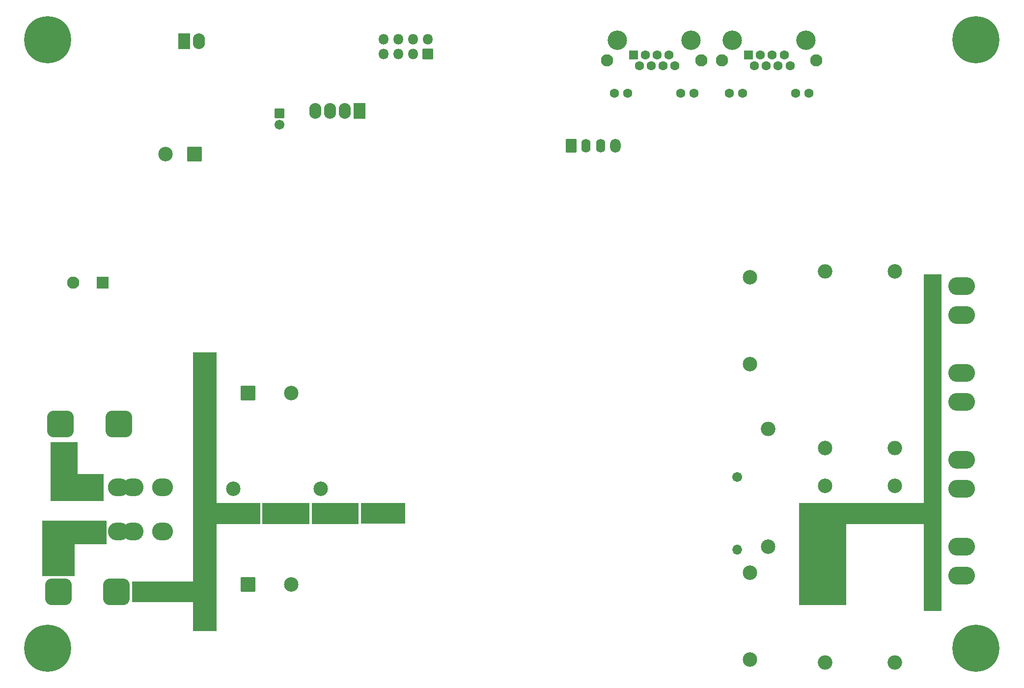
<source format=gbr>
G04 #@! TF.GenerationSoftware,KiCad,Pcbnew,(6.99.0-1920-g294b8e9051)*
G04 #@! TF.CreationDate,2022-07-23T00:22:57+02:00*
G04 #@! TF.ProjectId,driver,64726976-6572-42e6-9b69-6361645f7063,rev?*
G04 #@! TF.SameCoordinates,Original*
G04 #@! TF.FileFunction,Soldermask,Bot*
G04 #@! TF.FilePolarity,Negative*
%FSLAX46Y46*%
G04 Gerber Fmt 4.6, Leading zero omitted, Abs format (unit mm)*
G04 Created by KiCad (PCBNEW (6.99.0-1920-g294b8e9051)) date 2022-07-23 00:22:57*
%MOMM*%
%LPD*%
G01*
G04 APERTURE LIST*
G04 Aperture macros list*
%AMRoundRect*
0 Rectangle with rounded corners*
0 $1 Rounding radius*
0 $2 $3 $4 $5 $6 $7 $8 $9 X,Y pos of 4 corners*
0 Add a 4 corners polygon primitive as box body*
4,1,4,$2,$3,$4,$5,$6,$7,$8,$9,$2,$3,0*
0 Add four circle primitives for the rounded corners*
1,1,$1+$1,$2,$3*
1,1,$1+$1,$4,$5*
1,1,$1+$1,$6,$7*
1,1,$1+$1,$8,$9*
0 Add four rect primitives between the rounded corners*
20,1,$1+$1,$2,$3,$4,$5,0*
20,1,$1+$1,$4,$5,$6,$7,0*
20,1,$1+$1,$6,$7,$8,$9,0*
20,1,$1+$1,$8,$9,$2,$3,0*%
G04 Aperture macros list end*
%ADD10C,0.100000*%
%ADD11O,4.602000X3.102000*%
%ADD12O,3.602000X3.102000*%
%ADD13RoundRect,0.051000X-1.000000X-1.300000X1.000000X-1.300000X1.000000X1.300000X-1.000000X1.300000X0*%
%ADD14O,2.102000X2.702000*%
%ADD15C,3.352000*%
%ADD16RoundRect,0.051000X-0.750000X-0.750000X0.750000X-0.750000X0.750000X0.750000X-0.750000X0.750000X0*%
%ADD17C,1.602000*%
%ADD18C,2.102000*%
%ADD19RoundRect,0.051000X1.000000X1.300000X-1.000000X1.300000X-1.000000X-1.300000X1.000000X-1.300000X0*%
%ADD20C,8.102000*%
%ADD21RoundRect,1.176000X1.125000X1.125000X-1.125000X1.125000X-1.125000X-1.125000X1.125000X-1.125000X0*%
%ADD22RoundRect,0.051000X1.000000X1.000000X-1.000000X1.000000X-1.000000X-1.000000X1.000000X-1.000000X0*%
%ADD23RoundRect,0.051000X1.200000X1.200000X-1.200000X1.200000X-1.200000X-1.200000X1.200000X-1.200000X0*%
%ADD24C,2.502000*%
%ADD25RoundRect,0.051000X-0.800000X0.800000X-0.800000X-0.800000X0.800000X-0.800000X0.800000X0.800000X0*%
%ADD26C,1.702000*%
%ADD27RoundRect,0.051000X-1.200000X-1.200000X1.200000X-1.200000X1.200000X1.200000X-1.200000X1.200000X0*%
%ADD28O,1.702000X1.702000*%
%ADD29O,2.502000X2.502000*%
%ADD30RoundRect,0.051000X-0.875000X-1.125000X0.875000X-1.125000X0.875000X1.125000X-0.875000X1.125000X0*%
%ADD31O,1.602000X2.352000*%
%ADD32O,1.852000X2.352000*%
%ADD33RoundRect,0.051000X-0.850000X0.850000X-0.850000X-0.850000X0.850000X-0.850000X0.850000X0.850000X0*%
%ADD34O,1.802000X1.802000*%
G04 APERTURE END LIST*
D10*
X347500000Y-55000000D02*
X361000000Y-55000000D01*
X361000000Y-55000000D02*
X361000000Y-58500000D01*
X361000000Y-58500000D02*
X347500000Y-58500000D01*
X347500000Y-58500000D02*
X347500000Y-55000000D01*
G36*
X347500000Y-55000000D02*
G01*
X361000000Y-55000000D01*
X361000000Y-58500000D01*
X347500000Y-58500000D01*
X347500000Y-55000000D01*
G37*
X339500000Y-55000000D02*
X347500000Y-55000000D01*
X347500000Y-55000000D02*
X347500000Y-72500000D01*
X347500000Y-72500000D02*
X339500000Y-72500000D01*
X339500000Y-72500000D02*
X339500000Y-55000000D01*
G36*
X339500000Y-55000000D02*
G01*
X347500000Y-55000000D01*
X347500000Y-72500000D01*
X339500000Y-72500000D01*
X339500000Y-55000000D01*
G37*
X364000000Y-15500000D02*
X361000000Y-15500000D01*
X361000000Y-15500000D02*
X361000000Y-73500000D01*
X361000000Y-73500000D02*
X364000000Y-73500000D01*
X364000000Y-73500000D02*
X364000000Y-15500000D01*
G36*
X364000000Y-15500000D02*
G01*
X361000000Y-15500000D01*
X361000000Y-73500000D01*
X364000000Y-73500000D01*
X364000000Y-15500000D01*
G37*
X264000000Y-54965800D02*
X271500000Y-54965800D01*
X271500000Y-54965800D02*
X271500000Y-58465800D01*
X271500000Y-58465800D02*
X264000000Y-58465800D01*
X264000000Y-58465800D02*
X264000000Y-54965800D01*
G36*
X264000000Y-54965800D02*
G01*
X271500000Y-54965800D01*
X271500000Y-58465800D01*
X264000000Y-58465800D01*
X264000000Y-54965800D01*
G37*
X255500000Y-54976874D02*
X263500000Y-54976874D01*
X263500000Y-54976874D02*
X263500000Y-58476874D01*
X263500000Y-58476874D02*
X255500000Y-58476874D01*
X255500000Y-58476874D02*
X255500000Y-54976874D01*
G36*
X255500000Y-54976874D02*
G01*
X263500000Y-54976874D01*
X263500000Y-58476874D01*
X255500000Y-58476874D01*
X255500000Y-54976874D01*
G37*
X247000000Y-54987948D02*
X255000000Y-54987948D01*
X255000000Y-54987948D02*
X255000000Y-58487948D01*
X255000000Y-58487948D02*
X247000000Y-58487948D01*
X247000000Y-58487948D02*
X247000000Y-54987948D01*
G36*
X247000000Y-54987948D02*
G01*
X255000000Y-54987948D01*
X255000000Y-58487948D01*
X247000000Y-58487948D01*
X247000000Y-54987948D01*
G37*
X238500000Y-54993178D02*
X246500000Y-54993178D01*
X246500000Y-54993178D02*
X246500000Y-58493178D01*
X246500000Y-58493178D02*
X238500000Y-58493178D01*
X238500000Y-58493178D02*
X238500000Y-54993178D01*
G36*
X238500000Y-54993178D02*
G01*
X246500000Y-54993178D01*
X246500000Y-58493178D01*
X238500000Y-58493178D01*
X238500000Y-54993178D01*
G37*
X224500000Y-68500000D02*
X235000000Y-68500000D01*
X235000000Y-68500000D02*
X235000000Y-72000000D01*
X235000000Y-72000000D02*
X224500000Y-72000000D01*
X224500000Y-72000000D02*
X224500000Y-68500000D01*
G36*
X224500000Y-68500000D02*
G01*
X235000000Y-68500000D01*
X235000000Y-72000000D01*
X224500000Y-72000000D01*
X224500000Y-68500000D01*
G37*
X235000000Y-29000000D02*
X239000000Y-29000000D01*
X239000000Y-29000000D02*
X239000000Y-77000000D01*
X239000000Y-77000000D02*
X235000000Y-77000000D01*
X235000000Y-77000000D02*
X235000000Y-29000000D01*
G36*
X235000000Y-29000000D02*
G01*
X239000000Y-29000000D01*
X239000000Y-77000000D01*
X235000000Y-77000000D01*
X235000000Y-29000000D01*
G37*
X209000000Y-58000000D02*
X214500000Y-58000000D01*
X214500000Y-58000000D02*
X214500000Y-67500000D01*
X214500000Y-67500000D02*
X209000000Y-67500000D01*
X209000000Y-67500000D02*
X209000000Y-58000000D01*
G36*
X209000000Y-58000000D02*
G01*
X214500000Y-58000000D01*
X214500000Y-67500000D01*
X209000000Y-67500000D01*
X209000000Y-58000000D01*
G37*
X220000000Y-58000000D02*
X209000000Y-58000000D01*
X209000000Y-58000000D02*
X209000000Y-62000000D01*
X209000000Y-62000000D02*
X220000000Y-62000000D01*
X220000000Y-62000000D02*
X220000000Y-58000000D01*
G36*
X220000000Y-58000000D02*
G01*
X209000000Y-58000000D01*
X209000000Y-62000000D01*
X220000000Y-62000000D01*
X220000000Y-58000000D01*
G37*
X210500000Y-54500000D02*
X219500000Y-54500000D01*
X219500000Y-54500000D02*
X219500000Y-50000000D01*
X219500000Y-50000000D02*
X210500000Y-50000000D01*
X210500000Y-50000000D02*
X210500000Y-54500000D01*
G36*
X210500000Y-54500000D02*
G01*
X219500000Y-54500000D01*
X219500000Y-50000000D01*
X210500000Y-50000000D01*
X210500000Y-54500000D01*
G37*
X210500000Y-44500000D02*
X215000000Y-44500000D01*
X215000000Y-44500000D02*
X215000000Y-54500000D01*
X215000000Y-54500000D02*
X210500000Y-54500000D01*
X210500000Y-54500000D02*
X210500000Y-44500000D01*
G36*
X210500000Y-44500000D02*
G01*
X215000000Y-44500000D01*
X215000000Y-54500000D01*
X210500000Y-54500000D01*
X210500000Y-44500000D01*
G37*
D11*
X367499999Y-17499999D03*
X367499999Y-22499999D03*
X367499999Y-67499999D03*
X367499999Y-62499999D03*
X367499999Y-37499999D03*
X367499999Y-32499999D03*
X367499999Y-47499999D03*
X367499999Y-52499999D03*
D12*
X229799999Y-52289999D03*
X224719999Y-52289999D03*
X222179999Y-52289999D03*
X229800864Y-59909999D03*
X224720864Y-59909999D03*
X222180864Y-59909999D03*
D13*
X233500000Y24750000D03*
D14*
X236039999Y24749999D03*
D15*
X328010000Y24840000D03*
X340710000Y24840000D03*
D16*
X330800000Y22300000D03*
D17*
X331820000Y20520000D03*
X332840000Y22300000D03*
X333860000Y20520000D03*
X334880000Y22300000D03*
X335900000Y20520000D03*
X336920000Y22300000D03*
X337940000Y20520000D03*
X327500000Y15700000D03*
X329790000Y15700000D03*
X338930000Y15700000D03*
X341220000Y15700000D03*
D18*
X326230000Y21410000D03*
X342490000Y21410000D03*
D19*
X263700000Y12700000D03*
D14*
X261159999Y12699999D03*
X258619999Y12699999D03*
X256079999Y12699999D03*
D20*
X210000000Y25000000D03*
X370000000Y25000000D03*
X210000000Y-80000000D03*
X370000000Y-80000000D03*
D21*
X221800000Y-70300000D03*
X211800000Y-70300000D03*
D15*
X308160000Y24840000D03*
X320860000Y24840000D03*
D16*
X310950000Y22300000D03*
D17*
X311970000Y20520000D03*
X312990000Y22300000D03*
X314010000Y20520000D03*
X315030000Y22300000D03*
X316050000Y20520000D03*
X317070000Y22300000D03*
X318090000Y20520000D03*
X307650000Y15700000D03*
X309940000Y15700000D03*
X319080000Y15700000D03*
X321370000Y15700000D03*
D18*
X306380000Y21410000D03*
X322640000Y21410000D03*
D22*
X219400000Y-16950000D03*
D18*
X214400000Y-16950000D03*
D23*
X235250000Y5250000D03*
D24*
X230250000Y5250000D03*
D25*
X249900000Y12300000D03*
D26*
X249900000Y10300000D03*
D27*
X244488741Y-36000000D03*
D24*
X251988741Y-36000000D03*
D26*
X328795961Y-50500000D03*
D28*
X328795960Y-62999999D03*
D24*
X331000000Y-16000000D03*
X331000000Y-31000000D03*
X356000000Y-52000000D03*
D29*
X355999999Y-82479999D03*
D24*
X344000000Y-52000000D03*
D29*
X343999999Y-82479999D03*
D21*
X222200000Y-41300000D03*
X212200000Y-41300000D03*
D24*
X344000000Y-45500000D03*
D29*
X343999999Y-15019999D03*
D30*
X300195000Y6690509D03*
D31*
X302734999Y6690508D03*
X305274999Y6690508D03*
D32*
X307814999Y6690508D03*
D27*
X244488741Y-69000000D03*
D24*
X251988741Y-69000000D03*
X356000000Y-15000000D03*
D29*
X355999999Y-45479999D03*
D24*
X331000000Y-82000000D03*
X331000000Y-67000000D03*
D33*
X275500000Y22500000D03*
D34*
X275499999Y25039999D03*
X272959999Y22499999D03*
X272959999Y25039999D03*
X270419999Y22499999D03*
X270419999Y25039999D03*
X267879999Y22499999D03*
X267879999Y25039999D03*
D24*
X334204039Y-62500000D03*
D29*
X334204038Y-42179999D03*
D24*
X242000736Y-52500000D03*
X257000736Y-52500000D03*
G36*
X360951732Y-58549000D02*
G01*
X360952000Y-58550000D01*
X360952000Y-58674999D01*
X360951000Y-58676731D01*
X360949000Y-58676731D01*
X360948081Y-58675562D01*
X360928404Y-58608547D01*
X360876001Y-58563141D01*
X360824787Y-58552000D01*
X347675286Y-58552000D01*
X347608547Y-58571596D01*
X347563141Y-58623999D01*
X347551954Y-58675424D01*
X347550609Y-58676904D01*
X347548655Y-58676479D01*
X347548000Y-58674999D01*
X347548000Y-58550000D01*
X347549000Y-58548268D01*
X347550000Y-58548000D01*
X360950000Y-58548000D01*
X360951732Y-58549000D01*
G37*
M02*

</source>
